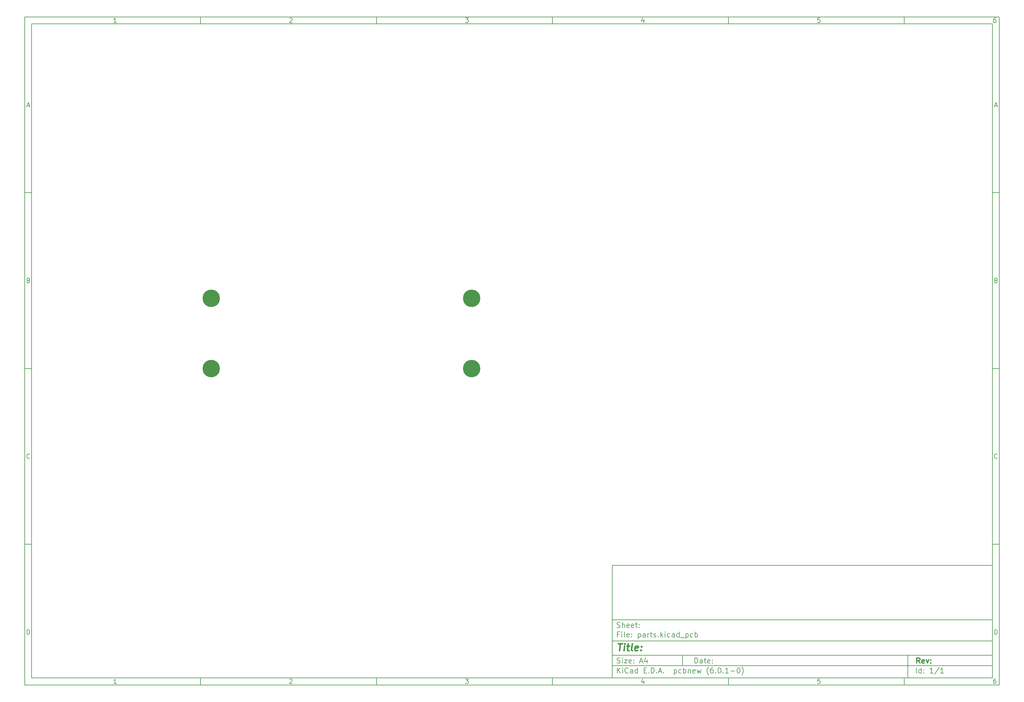
<source format=gbs>
G04 #@! TF.GenerationSoftware,KiCad,Pcbnew,(6.0.1-0)*
G04 #@! TF.CreationDate,2022-01-26T00:07:16+08:00*
G04 #@! TF.ProjectId,parts,70617274-732e-46b6-9963-61645f706362,rev?*
G04 #@! TF.SameCoordinates,Original*
G04 #@! TF.FileFunction,Soldermask,Bot*
G04 #@! TF.FilePolarity,Negative*
%FSLAX46Y46*%
G04 Gerber Fmt 4.6, Leading zero omitted, Abs format (unit mm)*
G04 Created by KiCad (PCBNEW (6.0.1-0)) date 2022-01-26 00:07:16*
%MOMM*%
%LPD*%
G01*
G04 APERTURE LIST*
%ADD10C,0.100000*%
%ADD11C,0.150000*%
%ADD12C,0.300000*%
%ADD13C,0.400000*%
%ADD14C,1.000000*%
%ADD15C,4.960000*%
G04 APERTURE END LIST*
D10*
D11*
X177002200Y-166007200D02*
X177002200Y-198007200D01*
X285002200Y-198007200D01*
X285002200Y-166007200D01*
X177002200Y-166007200D01*
D10*
D11*
X10000000Y-10000000D02*
X10000000Y-200007200D01*
X287002200Y-200007200D01*
X287002200Y-10000000D01*
X10000000Y-10000000D01*
D10*
D11*
X12000000Y-12000000D02*
X12000000Y-198007200D01*
X285002200Y-198007200D01*
X285002200Y-12000000D01*
X12000000Y-12000000D01*
D10*
D11*
X60000000Y-12000000D02*
X60000000Y-10000000D01*
D10*
D11*
X110000000Y-12000000D02*
X110000000Y-10000000D01*
D10*
D11*
X160000000Y-12000000D02*
X160000000Y-10000000D01*
D10*
D11*
X210000000Y-12000000D02*
X210000000Y-10000000D01*
D10*
D11*
X260000000Y-12000000D02*
X260000000Y-10000000D01*
D10*
D11*
X36065476Y-11588095D02*
X35322619Y-11588095D01*
X35694047Y-11588095D02*
X35694047Y-10288095D01*
X35570238Y-10473809D01*
X35446428Y-10597619D01*
X35322619Y-10659523D01*
D10*
D11*
X85322619Y-10411904D02*
X85384523Y-10350000D01*
X85508333Y-10288095D01*
X85817857Y-10288095D01*
X85941666Y-10350000D01*
X86003571Y-10411904D01*
X86065476Y-10535714D01*
X86065476Y-10659523D01*
X86003571Y-10845238D01*
X85260714Y-11588095D01*
X86065476Y-11588095D01*
D10*
D11*
X135260714Y-10288095D02*
X136065476Y-10288095D01*
X135632142Y-10783333D01*
X135817857Y-10783333D01*
X135941666Y-10845238D01*
X136003571Y-10907142D01*
X136065476Y-11030952D01*
X136065476Y-11340476D01*
X136003571Y-11464285D01*
X135941666Y-11526190D01*
X135817857Y-11588095D01*
X135446428Y-11588095D01*
X135322619Y-11526190D01*
X135260714Y-11464285D01*
D10*
D11*
X185941666Y-10721428D02*
X185941666Y-11588095D01*
X185632142Y-10226190D02*
X185322619Y-11154761D01*
X186127380Y-11154761D01*
D10*
D11*
X236003571Y-10288095D02*
X235384523Y-10288095D01*
X235322619Y-10907142D01*
X235384523Y-10845238D01*
X235508333Y-10783333D01*
X235817857Y-10783333D01*
X235941666Y-10845238D01*
X236003571Y-10907142D01*
X236065476Y-11030952D01*
X236065476Y-11340476D01*
X236003571Y-11464285D01*
X235941666Y-11526190D01*
X235817857Y-11588095D01*
X235508333Y-11588095D01*
X235384523Y-11526190D01*
X235322619Y-11464285D01*
D10*
D11*
X285941666Y-10288095D02*
X285694047Y-10288095D01*
X285570238Y-10350000D01*
X285508333Y-10411904D01*
X285384523Y-10597619D01*
X285322619Y-10845238D01*
X285322619Y-11340476D01*
X285384523Y-11464285D01*
X285446428Y-11526190D01*
X285570238Y-11588095D01*
X285817857Y-11588095D01*
X285941666Y-11526190D01*
X286003571Y-11464285D01*
X286065476Y-11340476D01*
X286065476Y-11030952D01*
X286003571Y-10907142D01*
X285941666Y-10845238D01*
X285817857Y-10783333D01*
X285570238Y-10783333D01*
X285446428Y-10845238D01*
X285384523Y-10907142D01*
X285322619Y-11030952D01*
D10*
D11*
X60000000Y-198007200D02*
X60000000Y-200007200D01*
D10*
D11*
X110000000Y-198007200D02*
X110000000Y-200007200D01*
D10*
D11*
X160000000Y-198007200D02*
X160000000Y-200007200D01*
D10*
D11*
X210000000Y-198007200D02*
X210000000Y-200007200D01*
D10*
D11*
X260000000Y-198007200D02*
X260000000Y-200007200D01*
D10*
D11*
X36065476Y-199595295D02*
X35322619Y-199595295D01*
X35694047Y-199595295D02*
X35694047Y-198295295D01*
X35570238Y-198481009D01*
X35446428Y-198604819D01*
X35322619Y-198666723D01*
D10*
D11*
X85322619Y-198419104D02*
X85384523Y-198357200D01*
X85508333Y-198295295D01*
X85817857Y-198295295D01*
X85941666Y-198357200D01*
X86003571Y-198419104D01*
X86065476Y-198542914D01*
X86065476Y-198666723D01*
X86003571Y-198852438D01*
X85260714Y-199595295D01*
X86065476Y-199595295D01*
D10*
D11*
X135260714Y-198295295D02*
X136065476Y-198295295D01*
X135632142Y-198790533D01*
X135817857Y-198790533D01*
X135941666Y-198852438D01*
X136003571Y-198914342D01*
X136065476Y-199038152D01*
X136065476Y-199347676D01*
X136003571Y-199471485D01*
X135941666Y-199533390D01*
X135817857Y-199595295D01*
X135446428Y-199595295D01*
X135322619Y-199533390D01*
X135260714Y-199471485D01*
D10*
D11*
X185941666Y-198728628D02*
X185941666Y-199595295D01*
X185632142Y-198233390D02*
X185322619Y-199161961D01*
X186127380Y-199161961D01*
D10*
D11*
X236003571Y-198295295D02*
X235384523Y-198295295D01*
X235322619Y-198914342D01*
X235384523Y-198852438D01*
X235508333Y-198790533D01*
X235817857Y-198790533D01*
X235941666Y-198852438D01*
X236003571Y-198914342D01*
X236065476Y-199038152D01*
X236065476Y-199347676D01*
X236003571Y-199471485D01*
X235941666Y-199533390D01*
X235817857Y-199595295D01*
X235508333Y-199595295D01*
X235384523Y-199533390D01*
X235322619Y-199471485D01*
D10*
D11*
X285941666Y-198295295D02*
X285694047Y-198295295D01*
X285570238Y-198357200D01*
X285508333Y-198419104D01*
X285384523Y-198604819D01*
X285322619Y-198852438D01*
X285322619Y-199347676D01*
X285384523Y-199471485D01*
X285446428Y-199533390D01*
X285570238Y-199595295D01*
X285817857Y-199595295D01*
X285941666Y-199533390D01*
X286003571Y-199471485D01*
X286065476Y-199347676D01*
X286065476Y-199038152D01*
X286003571Y-198914342D01*
X285941666Y-198852438D01*
X285817857Y-198790533D01*
X285570238Y-198790533D01*
X285446428Y-198852438D01*
X285384523Y-198914342D01*
X285322619Y-199038152D01*
D10*
D11*
X10000000Y-60000000D02*
X12000000Y-60000000D01*
D10*
D11*
X10000000Y-110000000D02*
X12000000Y-110000000D01*
D10*
D11*
X10000000Y-160000000D02*
X12000000Y-160000000D01*
D10*
D11*
X10690476Y-35216666D02*
X11309523Y-35216666D01*
X10566666Y-35588095D02*
X11000000Y-34288095D01*
X11433333Y-35588095D01*
D10*
D11*
X11092857Y-84907142D02*
X11278571Y-84969047D01*
X11340476Y-85030952D01*
X11402380Y-85154761D01*
X11402380Y-85340476D01*
X11340476Y-85464285D01*
X11278571Y-85526190D01*
X11154761Y-85588095D01*
X10659523Y-85588095D01*
X10659523Y-84288095D01*
X11092857Y-84288095D01*
X11216666Y-84350000D01*
X11278571Y-84411904D01*
X11340476Y-84535714D01*
X11340476Y-84659523D01*
X11278571Y-84783333D01*
X11216666Y-84845238D01*
X11092857Y-84907142D01*
X10659523Y-84907142D01*
D10*
D11*
X11402380Y-135464285D02*
X11340476Y-135526190D01*
X11154761Y-135588095D01*
X11030952Y-135588095D01*
X10845238Y-135526190D01*
X10721428Y-135402380D01*
X10659523Y-135278571D01*
X10597619Y-135030952D01*
X10597619Y-134845238D01*
X10659523Y-134597619D01*
X10721428Y-134473809D01*
X10845238Y-134350000D01*
X11030952Y-134288095D01*
X11154761Y-134288095D01*
X11340476Y-134350000D01*
X11402380Y-134411904D01*
D10*
D11*
X10659523Y-185588095D02*
X10659523Y-184288095D01*
X10969047Y-184288095D01*
X11154761Y-184350000D01*
X11278571Y-184473809D01*
X11340476Y-184597619D01*
X11402380Y-184845238D01*
X11402380Y-185030952D01*
X11340476Y-185278571D01*
X11278571Y-185402380D01*
X11154761Y-185526190D01*
X10969047Y-185588095D01*
X10659523Y-185588095D01*
D10*
D11*
X287002200Y-60000000D02*
X285002200Y-60000000D01*
D10*
D11*
X287002200Y-110000000D02*
X285002200Y-110000000D01*
D10*
D11*
X287002200Y-160000000D02*
X285002200Y-160000000D01*
D10*
D11*
X285692676Y-35216666D02*
X286311723Y-35216666D01*
X285568866Y-35588095D02*
X286002200Y-34288095D01*
X286435533Y-35588095D01*
D10*
D11*
X286095057Y-84907142D02*
X286280771Y-84969047D01*
X286342676Y-85030952D01*
X286404580Y-85154761D01*
X286404580Y-85340476D01*
X286342676Y-85464285D01*
X286280771Y-85526190D01*
X286156961Y-85588095D01*
X285661723Y-85588095D01*
X285661723Y-84288095D01*
X286095057Y-84288095D01*
X286218866Y-84350000D01*
X286280771Y-84411904D01*
X286342676Y-84535714D01*
X286342676Y-84659523D01*
X286280771Y-84783333D01*
X286218866Y-84845238D01*
X286095057Y-84907142D01*
X285661723Y-84907142D01*
D10*
D11*
X286404580Y-135464285D02*
X286342676Y-135526190D01*
X286156961Y-135588095D01*
X286033152Y-135588095D01*
X285847438Y-135526190D01*
X285723628Y-135402380D01*
X285661723Y-135278571D01*
X285599819Y-135030952D01*
X285599819Y-134845238D01*
X285661723Y-134597619D01*
X285723628Y-134473809D01*
X285847438Y-134350000D01*
X286033152Y-134288095D01*
X286156961Y-134288095D01*
X286342676Y-134350000D01*
X286404580Y-134411904D01*
D10*
D11*
X285661723Y-185588095D02*
X285661723Y-184288095D01*
X285971247Y-184288095D01*
X286156961Y-184350000D01*
X286280771Y-184473809D01*
X286342676Y-184597619D01*
X286404580Y-184845238D01*
X286404580Y-185030952D01*
X286342676Y-185278571D01*
X286280771Y-185402380D01*
X286156961Y-185526190D01*
X285971247Y-185588095D01*
X285661723Y-185588095D01*
D10*
D11*
X200434342Y-193785771D02*
X200434342Y-192285771D01*
X200791485Y-192285771D01*
X201005771Y-192357200D01*
X201148628Y-192500057D01*
X201220057Y-192642914D01*
X201291485Y-192928628D01*
X201291485Y-193142914D01*
X201220057Y-193428628D01*
X201148628Y-193571485D01*
X201005771Y-193714342D01*
X200791485Y-193785771D01*
X200434342Y-193785771D01*
X202577200Y-193785771D02*
X202577200Y-193000057D01*
X202505771Y-192857200D01*
X202362914Y-192785771D01*
X202077200Y-192785771D01*
X201934342Y-192857200D01*
X202577200Y-193714342D02*
X202434342Y-193785771D01*
X202077200Y-193785771D01*
X201934342Y-193714342D01*
X201862914Y-193571485D01*
X201862914Y-193428628D01*
X201934342Y-193285771D01*
X202077200Y-193214342D01*
X202434342Y-193214342D01*
X202577200Y-193142914D01*
X203077200Y-192785771D02*
X203648628Y-192785771D01*
X203291485Y-192285771D02*
X203291485Y-193571485D01*
X203362914Y-193714342D01*
X203505771Y-193785771D01*
X203648628Y-193785771D01*
X204720057Y-193714342D02*
X204577200Y-193785771D01*
X204291485Y-193785771D01*
X204148628Y-193714342D01*
X204077200Y-193571485D01*
X204077200Y-193000057D01*
X204148628Y-192857200D01*
X204291485Y-192785771D01*
X204577200Y-192785771D01*
X204720057Y-192857200D01*
X204791485Y-193000057D01*
X204791485Y-193142914D01*
X204077200Y-193285771D01*
X205434342Y-193642914D02*
X205505771Y-193714342D01*
X205434342Y-193785771D01*
X205362914Y-193714342D01*
X205434342Y-193642914D01*
X205434342Y-193785771D01*
X205434342Y-192857200D02*
X205505771Y-192928628D01*
X205434342Y-193000057D01*
X205362914Y-192928628D01*
X205434342Y-192857200D01*
X205434342Y-193000057D01*
D10*
D11*
X177002200Y-194507200D02*
X285002200Y-194507200D01*
D10*
D11*
X178434342Y-196585771D02*
X178434342Y-195085771D01*
X179291485Y-196585771D02*
X178648628Y-195728628D01*
X179291485Y-195085771D02*
X178434342Y-195942914D01*
X179934342Y-196585771D02*
X179934342Y-195585771D01*
X179934342Y-195085771D02*
X179862914Y-195157200D01*
X179934342Y-195228628D01*
X180005771Y-195157200D01*
X179934342Y-195085771D01*
X179934342Y-195228628D01*
X181505771Y-196442914D02*
X181434342Y-196514342D01*
X181220057Y-196585771D01*
X181077200Y-196585771D01*
X180862914Y-196514342D01*
X180720057Y-196371485D01*
X180648628Y-196228628D01*
X180577200Y-195942914D01*
X180577200Y-195728628D01*
X180648628Y-195442914D01*
X180720057Y-195300057D01*
X180862914Y-195157200D01*
X181077200Y-195085771D01*
X181220057Y-195085771D01*
X181434342Y-195157200D01*
X181505771Y-195228628D01*
X182791485Y-196585771D02*
X182791485Y-195800057D01*
X182720057Y-195657200D01*
X182577200Y-195585771D01*
X182291485Y-195585771D01*
X182148628Y-195657200D01*
X182791485Y-196514342D02*
X182648628Y-196585771D01*
X182291485Y-196585771D01*
X182148628Y-196514342D01*
X182077200Y-196371485D01*
X182077200Y-196228628D01*
X182148628Y-196085771D01*
X182291485Y-196014342D01*
X182648628Y-196014342D01*
X182791485Y-195942914D01*
X184148628Y-196585771D02*
X184148628Y-195085771D01*
X184148628Y-196514342D02*
X184005771Y-196585771D01*
X183720057Y-196585771D01*
X183577200Y-196514342D01*
X183505771Y-196442914D01*
X183434342Y-196300057D01*
X183434342Y-195871485D01*
X183505771Y-195728628D01*
X183577200Y-195657200D01*
X183720057Y-195585771D01*
X184005771Y-195585771D01*
X184148628Y-195657200D01*
X186005771Y-195800057D02*
X186505771Y-195800057D01*
X186720057Y-196585771D02*
X186005771Y-196585771D01*
X186005771Y-195085771D01*
X186720057Y-195085771D01*
X187362914Y-196442914D02*
X187434342Y-196514342D01*
X187362914Y-196585771D01*
X187291485Y-196514342D01*
X187362914Y-196442914D01*
X187362914Y-196585771D01*
X188077200Y-196585771D02*
X188077200Y-195085771D01*
X188434342Y-195085771D01*
X188648628Y-195157200D01*
X188791485Y-195300057D01*
X188862914Y-195442914D01*
X188934342Y-195728628D01*
X188934342Y-195942914D01*
X188862914Y-196228628D01*
X188791485Y-196371485D01*
X188648628Y-196514342D01*
X188434342Y-196585771D01*
X188077200Y-196585771D01*
X189577200Y-196442914D02*
X189648628Y-196514342D01*
X189577200Y-196585771D01*
X189505771Y-196514342D01*
X189577200Y-196442914D01*
X189577200Y-196585771D01*
X190220057Y-196157200D02*
X190934342Y-196157200D01*
X190077200Y-196585771D02*
X190577200Y-195085771D01*
X191077200Y-196585771D01*
X191577200Y-196442914D02*
X191648628Y-196514342D01*
X191577200Y-196585771D01*
X191505771Y-196514342D01*
X191577200Y-196442914D01*
X191577200Y-196585771D01*
X194577200Y-195585771D02*
X194577200Y-197085771D01*
X194577200Y-195657200D02*
X194720057Y-195585771D01*
X195005771Y-195585771D01*
X195148628Y-195657200D01*
X195220057Y-195728628D01*
X195291485Y-195871485D01*
X195291485Y-196300057D01*
X195220057Y-196442914D01*
X195148628Y-196514342D01*
X195005771Y-196585771D01*
X194720057Y-196585771D01*
X194577200Y-196514342D01*
X196577200Y-196514342D02*
X196434342Y-196585771D01*
X196148628Y-196585771D01*
X196005771Y-196514342D01*
X195934342Y-196442914D01*
X195862914Y-196300057D01*
X195862914Y-195871485D01*
X195934342Y-195728628D01*
X196005771Y-195657200D01*
X196148628Y-195585771D01*
X196434342Y-195585771D01*
X196577200Y-195657200D01*
X197220057Y-196585771D02*
X197220057Y-195085771D01*
X197220057Y-195657200D02*
X197362914Y-195585771D01*
X197648628Y-195585771D01*
X197791485Y-195657200D01*
X197862914Y-195728628D01*
X197934342Y-195871485D01*
X197934342Y-196300057D01*
X197862914Y-196442914D01*
X197791485Y-196514342D01*
X197648628Y-196585771D01*
X197362914Y-196585771D01*
X197220057Y-196514342D01*
X198577200Y-195585771D02*
X198577200Y-196585771D01*
X198577200Y-195728628D02*
X198648628Y-195657200D01*
X198791485Y-195585771D01*
X199005771Y-195585771D01*
X199148628Y-195657200D01*
X199220057Y-195800057D01*
X199220057Y-196585771D01*
X200505771Y-196514342D02*
X200362914Y-196585771D01*
X200077200Y-196585771D01*
X199934342Y-196514342D01*
X199862914Y-196371485D01*
X199862914Y-195800057D01*
X199934342Y-195657200D01*
X200077200Y-195585771D01*
X200362914Y-195585771D01*
X200505771Y-195657200D01*
X200577200Y-195800057D01*
X200577200Y-195942914D01*
X199862914Y-196085771D01*
X201077200Y-195585771D02*
X201362914Y-196585771D01*
X201648628Y-195871485D01*
X201934342Y-196585771D01*
X202220057Y-195585771D01*
X204362914Y-197157200D02*
X204291485Y-197085771D01*
X204148628Y-196871485D01*
X204077200Y-196728628D01*
X204005771Y-196514342D01*
X203934342Y-196157200D01*
X203934342Y-195871485D01*
X204005771Y-195514342D01*
X204077200Y-195300057D01*
X204148628Y-195157200D01*
X204291485Y-194942914D01*
X204362914Y-194871485D01*
X205577200Y-195085771D02*
X205291485Y-195085771D01*
X205148628Y-195157200D01*
X205077200Y-195228628D01*
X204934342Y-195442914D01*
X204862914Y-195728628D01*
X204862914Y-196300057D01*
X204934342Y-196442914D01*
X205005771Y-196514342D01*
X205148628Y-196585771D01*
X205434342Y-196585771D01*
X205577200Y-196514342D01*
X205648628Y-196442914D01*
X205720057Y-196300057D01*
X205720057Y-195942914D01*
X205648628Y-195800057D01*
X205577200Y-195728628D01*
X205434342Y-195657200D01*
X205148628Y-195657200D01*
X205005771Y-195728628D01*
X204934342Y-195800057D01*
X204862914Y-195942914D01*
X206362914Y-196442914D02*
X206434342Y-196514342D01*
X206362914Y-196585771D01*
X206291485Y-196514342D01*
X206362914Y-196442914D01*
X206362914Y-196585771D01*
X207362914Y-195085771D02*
X207505771Y-195085771D01*
X207648628Y-195157200D01*
X207720057Y-195228628D01*
X207791485Y-195371485D01*
X207862914Y-195657200D01*
X207862914Y-196014342D01*
X207791485Y-196300057D01*
X207720057Y-196442914D01*
X207648628Y-196514342D01*
X207505771Y-196585771D01*
X207362914Y-196585771D01*
X207220057Y-196514342D01*
X207148628Y-196442914D01*
X207077200Y-196300057D01*
X207005771Y-196014342D01*
X207005771Y-195657200D01*
X207077200Y-195371485D01*
X207148628Y-195228628D01*
X207220057Y-195157200D01*
X207362914Y-195085771D01*
X208505771Y-196442914D02*
X208577200Y-196514342D01*
X208505771Y-196585771D01*
X208434342Y-196514342D01*
X208505771Y-196442914D01*
X208505771Y-196585771D01*
X210005771Y-196585771D02*
X209148628Y-196585771D01*
X209577200Y-196585771D02*
X209577200Y-195085771D01*
X209434342Y-195300057D01*
X209291485Y-195442914D01*
X209148628Y-195514342D01*
X210648628Y-196014342D02*
X211791485Y-196014342D01*
X212791485Y-195085771D02*
X212934342Y-195085771D01*
X213077200Y-195157200D01*
X213148628Y-195228628D01*
X213220057Y-195371485D01*
X213291485Y-195657200D01*
X213291485Y-196014342D01*
X213220057Y-196300057D01*
X213148628Y-196442914D01*
X213077200Y-196514342D01*
X212934342Y-196585771D01*
X212791485Y-196585771D01*
X212648628Y-196514342D01*
X212577200Y-196442914D01*
X212505771Y-196300057D01*
X212434342Y-196014342D01*
X212434342Y-195657200D01*
X212505771Y-195371485D01*
X212577200Y-195228628D01*
X212648628Y-195157200D01*
X212791485Y-195085771D01*
X213791485Y-197157200D02*
X213862914Y-197085771D01*
X214005771Y-196871485D01*
X214077200Y-196728628D01*
X214148628Y-196514342D01*
X214220057Y-196157200D01*
X214220057Y-195871485D01*
X214148628Y-195514342D01*
X214077200Y-195300057D01*
X214005771Y-195157200D01*
X213862914Y-194942914D01*
X213791485Y-194871485D01*
D10*
D11*
X177002200Y-191507200D02*
X285002200Y-191507200D01*
D10*
D12*
X264411485Y-193785771D02*
X263911485Y-193071485D01*
X263554342Y-193785771D02*
X263554342Y-192285771D01*
X264125771Y-192285771D01*
X264268628Y-192357200D01*
X264340057Y-192428628D01*
X264411485Y-192571485D01*
X264411485Y-192785771D01*
X264340057Y-192928628D01*
X264268628Y-193000057D01*
X264125771Y-193071485D01*
X263554342Y-193071485D01*
X265625771Y-193714342D02*
X265482914Y-193785771D01*
X265197200Y-193785771D01*
X265054342Y-193714342D01*
X264982914Y-193571485D01*
X264982914Y-193000057D01*
X265054342Y-192857200D01*
X265197200Y-192785771D01*
X265482914Y-192785771D01*
X265625771Y-192857200D01*
X265697200Y-193000057D01*
X265697200Y-193142914D01*
X264982914Y-193285771D01*
X266197200Y-192785771D02*
X266554342Y-193785771D01*
X266911485Y-192785771D01*
X267482914Y-193642914D02*
X267554342Y-193714342D01*
X267482914Y-193785771D01*
X267411485Y-193714342D01*
X267482914Y-193642914D01*
X267482914Y-193785771D01*
X267482914Y-192857200D02*
X267554342Y-192928628D01*
X267482914Y-193000057D01*
X267411485Y-192928628D01*
X267482914Y-192857200D01*
X267482914Y-193000057D01*
D10*
D11*
X178362914Y-193714342D02*
X178577200Y-193785771D01*
X178934342Y-193785771D01*
X179077200Y-193714342D01*
X179148628Y-193642914D01*
X179220057Y-193500057D01*
X179220057Y-193357200D01*
X179148628Y-193214342D01*
X179077200Y-193142914D01*
X178934342Y-193071485D01*
X178648628Y-193000057D01*
X178505771Y-192928628D01*
X178434342Y-192857200D01*
X178362914Y-192714342D01*
X178362914Y-192571485D01*
X178434342Y-192428628D01*
X178505771Y-192357200D01*
X178648628Y-192285771D01*
X179005771Y-192285771D01*
X179220057Y-192357200D01*
X179862914Y-193785771D02*
X179862914Y-192785771D01*
X179862914Y-192285771D02*
X179791485Y-192357200D01*
X179862914Y-192428628D01*
X179934342Y-192357200D01*
X179862914Y-192285771D01*
X179862914Y-192428628D01*
X180434342Y-192785771D02*
X181220057Y-192785771D01*
X180434342Y-193785771D01*
X181220057Y-193785771D01*
X182362914Y-193714342D02*
X182220057Y-193785771D01*
X181934342Y-193785771D01*
X181791485Y-193714342D01*
X181720057Y-193571485D01*
X181720057Y-193000057D01*
X181791485Y-192857200D01*
X181934342Y-192785771D01*
X182220057Y-192785771D01*
X182362914Y-192857200D01*
X182434342Y-193000057D01*
X182434342Y-193142914D01*
X181720057Y-193285771D01*
X183077200Y-193642914D02*
X183148628Y-193714342D01*
X183077200Y-193785771D01*
X183005771Y-193714342D01*
X183077200Y-193642914D01*
X183077200Y-193785771D01*
X183077200Y-192857200D02*
X183148628Y-192928628D01*
X183077200Y-193000057D01*
X183005771Y-192928628D01*
X183077200Y-192857200D01*
X183077200Y-193000057D01*
X184862914Y-193357200D02*
X185577200Y-193357200D01*
X184720057Y-193785771D02*
X185220057Y-192285771D01*
X185720057Y-193785771D01*
X186862914Y-192785771D02*
X186862914Y-193785771D01*
X186505771Y-192214342D02*
X186148628Y-193285771D01*
X187077200Y-193285771D01*
D10*
D11*
X263434342Y-196585771D02*
X263434342Y-195085771D01*
X264791485Y-196585771D02*
X264791485Y-195085771D01*
X264791485Y-196514342D02*
X264648628Y-196585771D01*
X264362914Y-196585771D01*
X264220057Y-196514342D01*
X264148628Y-196442914D01*
X264077200Y-196300057D01*
X264077200Y-195871485D01*
X264148628Y-195728628D01*
X264220057Y-195657200D01*
X264362914Y-195585771D01*
X264648628Y-195585771D01*
X264791485Y-195657200D01*
X265505771Y-196442914D02*
X265577200Y-196514342D01*
X265505771Y-196585771D01*
X265434342Y-196514342D01*
X265505771Y-196442914D01*
X265505771Y-196585771D01*
X265505771Y-195657200D02*
X265577200Y-195728628D01*
X265505771Y-195800057D01*
X265434342Y-195728628D01*
X265505771Y-195657200D01*
X265505771Y-195800057D01*
X268148628Y-196585771D02*
X267291485Y-196585771D01*
X267720057Y-196585771D02*
X267720057Y-195085771D01*
X267577200Y-195300057D01*
X267434342Y-195442914D01*
X267291485Y-195514342D01*
X269862914Y-195014342D02*
X268577200Y-196942914D01*
X271148628Y-196585771D02*
X270291485Y-196585771D01*
X270720057Y-196585771D02*
X270720057Y-195085771D01*
X270577200Y-195300057D01*
X270434342Y-195442914D01*
X270291485Y-195514342D01*
D10*
D11*
X177002200Y-187507200D02*
X285002200Y-187507200D01*
D10*
D13*
X178714580Y-188211961D02*
X179857438Y-188211961D01*
X179036009Y-190211961D02*
X179286009Y-188211961D01*
X180274104Y-190211961D02*
X180440771Y-188878628D01*
X180524104Y-188211961D02*
X180416961Y-188307200D01*
X180500295Y-188402438D01*
X180607438Y-188307200D01*
X180524104Y-188211961D01*
X180500295Y-188402438D01*
X181107438Y-188878628D02*
X181869342Y-188878628D01*
X181476485Y-188211961D02*
X181262200Y-189926247D01*
X181333628Y-190116723D01*
X181512200Y-190211961D01*
X181702676Y-190211961D01*
X182655057Y-190211961D02*
X182476485Y-190116723D01*
X182405057Y-189926247D01*
X182619342Y-188211961D01*
X184190771Y-190116723D02*
X183988390Y-190211961D01*
X183607438Y-190211961D01*
X183428866Y-190116723D01*
X183357438Y-189926247D01*
X183452676Y-189164342D01*
X183571723Y-188973866D01*
X183774104Y-188878628D01*
X184155057Y-188878628D01*
X184333628Y-188973866D01*
X184405057Y-189164342D01*
X184381247Y-189354819D01*
X183405057Y-189545295D01*
X185155057Y-190021485D02*
X185238390Y-190116723D01*
X185131247Y-190211961D01*
X185047914Y-190116723D01*
X185155057Y-190021485D01*
X185131247Y-190211961D01*
X185286009Y-188973866D02*
X185369342Y-189069104D01*
X185262200Y-189164342D01*
X185178866Y-189069104D01*
X185286009Y-188973866D01*
X185262200Y-189164342D01*
D10*
D11*
X178934342Y-185600057D02*
X178434342Y-185600057D01*
X178434342Y-186385771D02*
X178434342Y-184885771D01*
X179148628Y-184885771D01*
X179720057Y-186385771D02*
X179720057Y-185385771D01*
X179720057Y-184885771D02*
X179648628Y-184957200D01*
X179720057Y-185028628D01*
X179791485Y-184957200D01*
X179720057Y-184885771D01*
X179720057Y-185028628D01*
X180648628Y-186385771D02*
X180505771Y-186314342D01*
X180434342Y-186171485D01*
X180434342Y-184885771D01*
X181791485Y-186314342D02*
X181648628Y-186385771D01*
X181362914Y-186385771D01*
X181220057Y-186314342D01*
X181148628Y-186171485D01*
X181148628Y-185600057D01*
X181220057Y-185457200D01*
X181362914Y-185385771D01*
X181648628Y-185385771D01*
X181791485Y-185457200D01*
X181862914Y-185600057D01*
X181862914Y-185742914D01*
X181148628Y-185885771D01*
X182505771Y-186242914D02*
X182577200Y-186314342D01*
X182505771Y-186385771D01*
X182434342Y-186314342D01*
X182505771Y-186242914D01*
X182505771Y-186385771D01*
X182505771Y-185457200D02*
X182577200Y-185528628D01*
X182505771Y-185600057D01*
X182434342Y-185528628D01*
X182505771Y-185457200D01*
X182505771Y-185600057D01*
X184362914Y-185385771D02*
X184362914Y-186885771D01*
X184362914Y-185457200D02*
X184505771Y-185385771D01*
X184791485Y-185385771D01*
X184934342Y-185457200D01*
X185005771Y-185528628D01*
X185077200Y-185671485D01*
X185077200Y-186100057D01*
X185005771Y-186242914D01*
X184934342Y-186314342D01*
X184791485Y-186385771D01*
X184505771Y-186385771D01*
X184362914Y-186314342D01*
X186362914Y-186385771D02*
X186362914Y-185600057D01*
X186291485Y-185457200D01*
X186148628Y-185385771D01*
X185862914Y-185385771D01*
X185720057Y-185457200D01*
X186362914Y-186314342D02*
X186220057Y-186385771D01*
X185862914Y-186385771D01*
X185720057Y-186314342D01*
X185648628Y-186171485D01*
X185648628Y-186028628D01*
X185720057Y-185885771D01*
X185862914Y-185814342D01*
X186220057Y-185814342D01*
X186362914Y-185742914D01*
X187077200Y-186385771D02*
X187077200Y-185385771D01*
X187077200Y-185671485D02*
X187148628Y-185528628D01*
X187220057Y-185457200D01*
X187362914Y-185385771D01*
X187505771Y-185385771D01*
X187791485Y-185385771D02*
X188362914Y-185385771D01*
X188005771Y-184885771D02*
X188005771Y-186171485D01*
X188077200Y-186314342D01*
X188220057Y-186385771D01*
X188362914Y-186385771D01*
X188791485Y-186314342D02*
X188934342Y-186385771D01*
X189220057Y-186385771D01*
X189362914Y-186314342D01*
X189434342Y-186171485D01*
X189434342Y-186100057D01*
X189362914Y-185957200D01*
X189220057Y-185885771D01*
X189005771Y-185885771D01*
X188862914Y-185814342D01*
X188791485Y-185671485D01*
X188791485Y-185600057D01*
X188862914Y-185457200D01*
X189005771Y-185385771D01*
X189220057Y-185385771D01*
X189362914Y-185457200D01*
X190077200Y-186242914D02*
X190148628Y-186314342D01*
X190077200Y-186385771D01*
X190005771Y-186314342D01*
X190077200Y-186242914D01*
X190077200Y-186385771D01*
X190791485Y-186385771D02*
X190791485Y-184885771D01*
X190934342Y-185814342D02*
X191362914Y-186385771D01*
X191362914Y-185385771D02*
X190791485Y-185957200D01*
X192005771Y-186385771D02*
X192005771Y-185385771D01*
X192005771Y-184885771D02*
X191934342Y-184957200D01*
X192005771Y-185028628D01*
X192077200Y-184957200D01*
X192005771Y-184885771D01*
X192005771Y-185028628D01*
X193362914Y-186314342D02*
X193220057Y-186385771D01*
X192934342Y-186385771D01*
X192791485Y-186314342D01*
X192720057Y-186242914D01*
X192648628Y-186100057D01*
X192648628Y-185671485D01*
X192720057Y-185528628D01*
X192791485Y-185457200D01*
X192934342Y-185385771D01*
X193220057Y-185385771D01*
X193362914Y-185457200D01*
X194648628Y-186385771D02*
X194648628Y-185600057D01*
X194577200Y-185457200D01*
X194434342Y-185385771D01*
X194148628Y-185385771D01*
X194005771Y-185457200D01*
X194648628Y-186314342D02*
X194505771Y-186385771D01*
X194148628Y-186385771D01*
X194005771Y-186314342D01*
X193934342Y-186171485D01*
X193934342Y-186028628D01*
X194005771Y-185885771D01*
X194148628Y-185814342D01*
X194505771Y-185814342D01*
X194648628Y-185742914D01*
X196005771Y-186385771D02*
X196005771Y-184885771D01*
X196005771Y-186314342D02*
X195862914Y-186385771D01*
X195577200Y-186385771D01*
X195434342Y-186314342D01*
X195362914Y-186242914D01*
X195291485Y-186100057D01*
X195291485Y-185671485D01*
X195362914Y-185528628D01*
X195434342Y-185457200D01*
X195577200Y-185385771D01*
X195862914Y-185385771D01*
X196005771Y-185457200D01*
X196362914Y-186528628D02*
X197505771Y-186528628D01*
X197862914Y-185385771D02*
X197862914Y-186885771D01*
X197862914Y-185457200D02*
X198005771Y-185385771D01*
X198291485Y-185385771D01*
X198434342Y-185457200D01*
X198505771Y-185528628D01*
X198577200Y-185671485D01*
X198577200Y-186100057D01*
X198505771Y-186242914D01*
X198434342Y-186314342D01*
X198291485Y-186385771D01*
X198005771Y-186385771D01*
X197862914Y-186314342D01*
X199862914Y-186314342D02*
X199720057Y-186385771D01*
X199434342Y-186385771D01*
X199291485Y-186314342D01*
X199220057Y-186242914D01*
X199148628Y-186100057D01*
X199148628Y-185671485D01*
X199220057Y-185528628D01*
X199291485Y-185457200D01*
X199434342Y-185385771D01*
X199720057Y-185385771D01*
X199862914Y-185457200D01*
X200505771Y-186385771D02*
X200505771Y-184885771D01*
X200505771Y-185457200D02*
X200648628Y-185385771D01*
X200934342Y-185385771D01*
X201077200Y-185457200D01*
X201148628Y-185528628D01*
X201220057Y-185671485D01*
X201220057Y-186100057D01*
X201148628Y-186242914D01*
X201077200Y-186314342D01*
X200934342Y-186385771D01*
X200648628Y-186385771D01*
X200505771Y-186314342D01*
D10*
D11*
X177002200Y-181507200D02*
X285002200Y-181507200D01*
D10*
D11*
X178362914Y-183614342D02*
X178577200Y-183685771D01*
X178934342Y-183685771D01*
X179077200Y-183614342D01*
X179148628Y-183542914D01*
X179220057Y-183400057D01*
X179220057Y-183257200D01*
X179148628Y-183114342D01*
X179077200Y-183042914D01*
X178934342Y-182971485D01*
X178648628Y-182900057D01*
X178505771Y-182828628D01*
X178434342Y-182757200D01*
X178362914Y-182614342D01*
X178362914Y-182471485D01*
X178434342Y-182328628D01*
X178505771Y-182257200D01*
X178648628Y-182185771D01*
X179005771Y-182185771D01*
X179220057Y-182257200D01*
X179862914Y-183685771D02*
X179862914Y-182185771D01*
X180505771Y-183685771D02*
X180505771Y-182900057D01*
X180434342Y-182757200D01*
X180291485Y-182685771D01*
X180077200Y-182685771D01*
X179934342Y-182757200D01*
X179862914Y-182828628D01*
X181791485Y-183614342D02*
X181648628Y-183685771D01*
X181362914Y-183685771D01*
X181220057Y-183614342D01*
X181148628Y-183471485D01*
X181148628Y-182900057D01*
X181220057Y-182757200D01*
X181362914Y-182685771D01*
X181648628Y-182685771D01*
X181791485Y-182757200D01*
X181862914Y-182900057D01*
X181862914Y-183042914D01*
X181148628Y-183185771D01*
X183077200Y-183614342D02*
X182934342Y-183685771D01*
X182648628Y-183685771D01*
X182505771Y-183614342D01*
X182434342Y-183471485D01*
X182434342Y-182900057D01*
X182505771Y-182757200D01*
X182648628Y-182685771D01*
X182934342Y-182685771D01*
X183077200Y-182757200D01*
X183148628Y-182900057D01*
X183148628Y-183042914D01*
X182434342Y-183185771D01*
X183577200Y-182685771D02*
X184148628Y-182685771D01*
X183791485Y-182185771D02*
X183791485Y-183471485D01*
X183862914Y-183614342D01*
X184005771Y-183685771D01*
X184148628Y-183685771D01*
X184648628Y-183542914D02*
X184720057Y-183614342D01*
X184648628Y-183685771D01*
X184577200Y-183614342D01*
X184648628Y-183542914D01*
X184648628Y-183685771D01*
X184648628Y-182757200D02*
X184720057Y-182828628D01*
X184648628Y-182900057D01*
X184577200Y-182828628D01*
X184648628Y-182757200D01*
X184648628Y-182900057D01*
D10*
D12*
D10*
D11*
D10*
D11*
D10*
D11*
D10*
D11*
D10*
D11*
X197002200Y-191507200D02*
X197002200Y-194507200D01*
D10*
D11*
X261002200Y-191507200D02*
X261002200Y-198007200D01*
D14*
X64780000Y-90000000D03*
X63000000Y-91780000D03*
X63000000Y-88220000D03*
X64260000Y-88740000D03*
X61740000Y-91260000D03*
X61220000Y-90000000D03*
D15*
X63000000Y-90000000D03*
D14*
X64260000Y-91260000D03*
X61740000Y-88740000D03*
X64260000Y-111260000D03*
X63000000Y-108220000D03*
X64780000Y-110000000D03*
X61740000Y-111260000D03*
X61220000Y-110000000D03*
X63000000Y-111780000D03*
X64260000Y-108740000D03*
D15*
X63000000Y-110000000D03*
D14*
X61740000Y-108740000D03*
X137000000Y-88220000D03*
X137000000Y-91780000D03*
X135220000Y-90000000D03*
X138780000Y-90000000D03*
X135740000Y-91260000D03*
X135740000Y-88740000D03*
X138260000Y-91260000D03*
X138260000Y-88740000D03*
D15*
X137000000Y-90000000D03*
D14*
X135740000Y-108740000D03*
X138260000Y-108740000D03*
D15*
X137000000Y-110000000D03*
D14*
X137000000Y-111780000D03*
X137000000Y-108220000D03*
X135740000Y-111260000D03*
X138260000Y-111260000D03*
X135220000Y-110000000D03*
X138780000Y-110000000D03*
M02*

</source>
